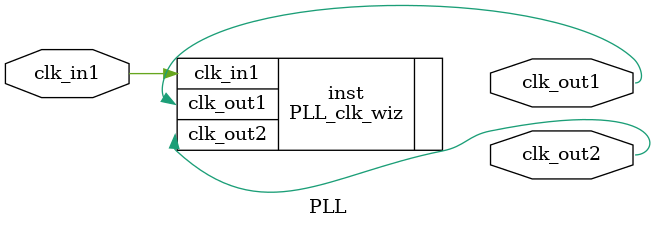
<source format=v>


`timescale 1ps/1ps

(* CORE_GENERATION_INFO = "PLL,clk_wiz_v6_0_2_0_0,{component_name=PLL,use_phase_alignment=true,use_min_o_jitter=false,use_max_i_jitter=false,use_dyn_phase_shift=false,use_inclk_switchover=false,use_dyn_reconfig=false,enable_axi=0,feedback_source=FDBK_AUTO,PRIMITIVE=PLL,num_out_clk=2,clkin1_period=20.000,clkin2_period=10.0,use_power_down=false,use_reset=false,use_locked=false,use_inclk_stopped=false,feedback_type=SINGLE,CLOCK_MGR_TYPE=NA,manual_override=false}" *)

module PLL 
 (
  // Clock out ports
  output        clk_out1,
  output        clk_out2,
 // Clock in ports
  input         clk_in1
 );

  PLL_clk_wiz inst
  (
  // Clock out ports  
  .clk_out1(clk_out1),
  .clk_out2(clk_out2),
 // Clock in ports
  .clk_in1(clk_in1)
  );

endmodule

</source>
